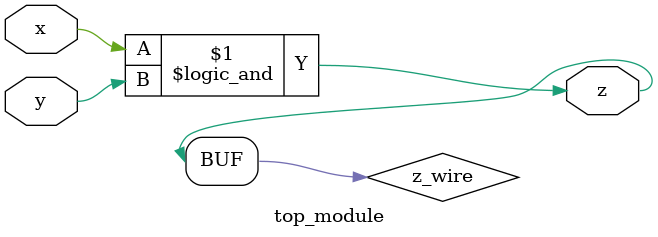
<source format=sv>
module top_module(
    input x,
    input y,
    output z);

    wire z_wire;  // Create a wire for z

    assign z_wire = (x && y);

    assign z = z_wire;

endmodule

</source>
